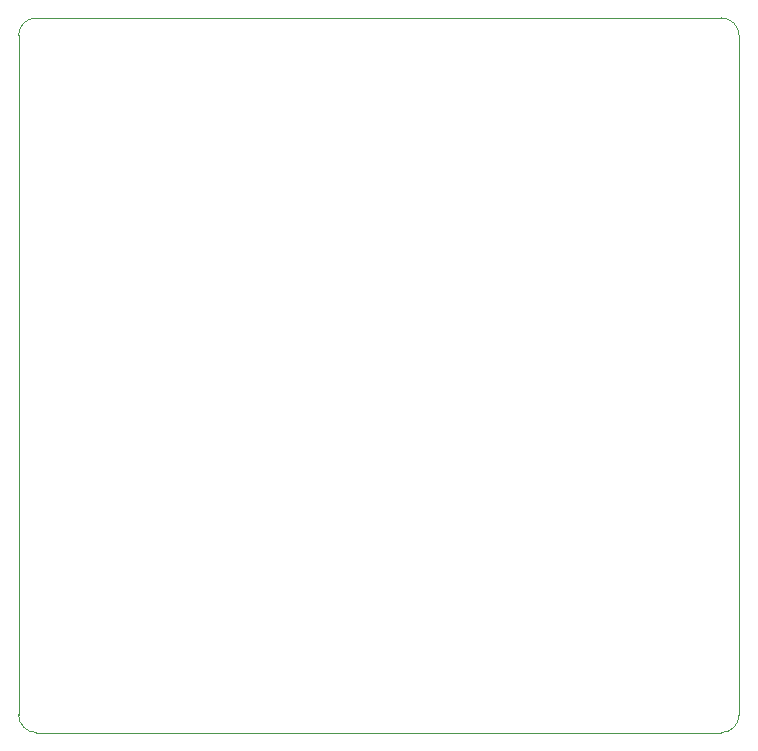
<source format=gbr>
%TF.GenerationSoftware,KiCad,Pcbnew,(7.0.0)*%
%TF.CreationDate,2023-02-28T10:19:26+09:00*%
%TF.ProjectId,feather-m4_e220_dbg_board,66656174-6865-4722-9d6d-345f65323230,0.1.1*%
%TF.SameCoordinates,Original*%
%TF.FileFunction,Profile,NP*%
%FSLAX46Y46*%
G04 Gerber Fmt 4.6, Leading zero omitted, Abs format (unit mm)*
G04 Created by KiCad (PCBNEW (7.0.0)) date 2023-02-28 10:19:26*
%MOMM*%
%LPD*%
G01*
G04 APERTURE LIST*
%TA.AperFunction,Profile*%
%ADD10C,0.100000*%
%TD*%
G04 APERTURE END LIST*
D10*
X119000000Y-70968245D02*
X119000000Y-128500000D01*
X180000000Y-71000000D02*
G75*
G03*
X178500000Y-69500000I-1500000J0D01*
G01*
X120500000Y-130000000D02*
X178500000Y-130000000D01*
X178500000Y-130000000D02*
G75*
G03*
X180000000Y-128500000I0J1500000D01*
G01*
X180000000Y-128500000D02*
X180000000Y-71000000D01*
X120468245Y-69500000D02*
G75*
G03*
X119000000Y-70968245I-45J-1468200D01*
G01*
X178500000Y-69500000D02*
X120468245Y-69500000D01*
X119000000Y-128500000D02*
G75*
G03*
X120500000Y-130000000I1500000J0D01*
G01*
M02*

</source>
